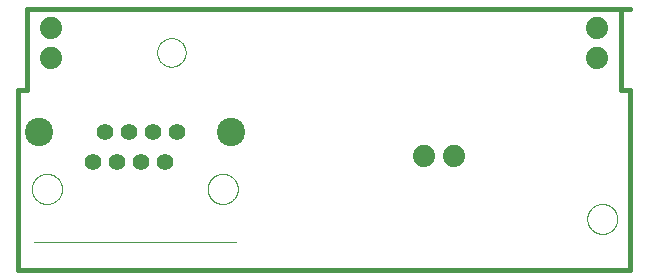
<source format=gbl>
G75*
%MOIN*%
%OFA0B0*%
%FSLAX25Y25*%
%IPPOS*%
%LPD*%
%AMOC8*
5,1,8,0,0,1.08239X$1,22.5*
%
%ADD10C,0.01600*%
%ADD11C,0.00000*%
%ADD12C,0.05600*%
%ADD13C,0.09449*%
%ADD14C,0.07400*%
D10*
X0001800Y0001800D02*
X0205800Y0001800D01*
X0205800Y0061800D01*
X0202800Y0061800D01*
X0202800Y0088800D01*
X0205800Y0088800D01*
X0202800Y0088800D02*
X0004800Y0088800D01*
X0004800Y0061800D01*
X0001800Y0061800D01*
X0001800Y0001800D01*
D11*
X0007209Y0011005D02*
X0074391Y0011005D01*
X0065071Y0028800D02*
X0065073Y0028941D01*
X0065079Y0029083D01*
X0065089Y0029224D01*
X0065103Y0029365D01*
X0065121Y0029505D01*
X0065143Y0029645D01*
X0065168Y0029784D01*
X0065198Y0029922D01*
X0065232Y0030059D01*
X0065269Y0030196D01*
X0065310Y0030331D01*
X0065355Y0030465D01*
X0065404Y0030598D01*
X0065457Y0030729D01*
X0065513Y0030859D01*
X0065573Y0030987D01*
X0065636Y0031114D01*
X0065703Y0031238D01*
X0065773Y0031361D01*
X0065847Y0031481D01*
X0065924Y0031600D01*
X0066005Y0031716D01*
X0066089Y0031830D01*
X0066176Y0031942D01*
X0066266Y0032051D01*
X0066359Y0032157D01*
X0066455Y0032261D01*
X0066554Y0032362D01*
X0066656Y0032460D01*
X0066760Y0032556D01*
X0066867Y0032648D01*
X0066977Y0032737D01*
X0067089Y0032824D01*
X0067204Y0032907D01*
X0067320Y0032986D01*
X0067439Y0033063D01*
X0067561Y0033136D01*
X0067684Y0033205D01*
X0067809Y0033271D01*
X0067936Y0033334D01*
X0068064Y0033393D01*
X0068194Y0033448D01*
X0068326Y0033500D01*
X0068459Y0033547D01*
X0068594Y0033591D01*
X0068729Y0033632D01*
X0068866Y0033668D01*
X0069004Y0033701D01*
X0069142Y0033729D01*
X0069281Y0033754D01*
X0069421Y0033775D01*
X0069562Y0033792D01*
X0069702Y0033805D01*
X0069844Y0033814D01*
X0069985Y0033819D01*
X0070126Y0033820D01*
X0070268Y0033817D01*
X0070409Y0033810D01*
X0070550Y0033799D01*
X0070691Y0033784D01*
X0070831Y0033765D01*
X0070970Y0033742D01*
X0071109Y0033716D01*
X0071247Y0033685D01*
X0071385Y0033650D01*
X0071521Y0033612D01*
X0071656Y0033570D01*
X0071789Y0033524D01*
X0071922Y0033474D01*
X0072053Y0033421D01*
X0072182Y0033364D01*
X0072310Y0033303D01*
X0072436Y0033239D01*
X0072560Y0033171D01*
X0072682Y0033100D01*
X0072802Y0033025D01*
X0072920Y0032947D01*
X0073036Y0032865D01*
X0073149Y0032781D01*
X0073260Y0032693D01*
X0073369Y0032602D01*
X0073474Y0032508D01*
X0073578Y0032412D01*
X0073678Y0032312D01*
X0073775Y0032210D01*
X0073870Y0032104D01*
X0073962Y0031997D01*
X0074050Y0031886D01*
X0074136Y0031774D01*
X0074218Y0031658D01*
X0074297Y0031541D01*
X0074372Y0031421D01*
X0074444Y0031300D01*
X0074513Y0031176D01*
X0074578Y0031051D01*
X0074640Y0030923D01*
X0074698Y0030794D01*
X0074752Y0030664D01*
X0074803Y0030532D01*
X0074850Y0030398D01*
X0074893Y0030264D01*
X0074932Y0030128D01*
X0074968Y0029991D01*
X0074999Y0029853D01*
X0075027Y0029714D01*
X0075051Y0029575D01*
X0075071Y0029435D01*
X0075087Y0029294D01*
X0075099Y0029153D01*
X0075107Y0029012D01*
X0075111Y0028871D01*
X0075111Y0028729D01*
X0075107Y0028588D01*
X0075099Y0028447D01*
X0075087Y0028306D01*
X0075071Y0028165D01*
X0075051Y0028025D01*
X0075027Y0027886D01*
X0074999Y0027747D01*
X0074968Y0027609D01*
X0074932Y0027472D01*
X0074893Y0027336D01*
X0074850Y0027202D01*
X0074803Y0027068D01*
X0074752Y0026936D01*
X0074698Y0026806D01*
X0074640Y0026677D01*
X0074578Y0026549D01*
X0074513Y0026424D01*
X0074444Y0026300D01*
X0074372Y0026179D01*
X0074297Y0026059D01*
X0074218Y0025942D01*
X0074136Y0025826D01*
X0074050Y0025714D01*
X0073962Y0025603D01*
X0073870Y0025496D01*
X0073775Y0025390D01*
X0073678Y0025288D01*
X0073578Y0025188D01*
X0073474Y0025092D01*
X0073369Y0024998D01*
X0073260Y0024907D01*
X0073149Y0024819D01*
X0073036Y0024735D01*
X0072920Y0024653D01*
X0072802Y0024575D01*
X0072682Y0024500D01*
X0072560Y0024429D01*
X0072436Y0024361D01*
X0072310Y0024297D01*
X0072182Y0024236D01*
X0072053Y0024179D01*
X0071922Y0024126D01*
X0071789Y0024076D01*
X0071656Y0024030D01*
X0071521Y0023988D01*
X0071385Y0023950D01*
X0071247Y0023915D01*
X0071109Y0023884D01*
X0070970Y0023858D01*
X0070831Y0023835D01*
X0070691Y0023816D01*
X0070550Y0023801D01*
X0070409Y0023790D01*
X0070268Y0023783D01*
X0070126Y0023780D01*
X0069985Y0023781D01*
X0069844Y0023786D01*
X0069702Y0023795D01*
X0069562Y0023808D01*
X0069421Y0023825D01*
X0069281Y0023846D01*
X0069142Y0023871D01*
X0069004Y0023899D01*
X0068866Y0023932D01*
X0068729Y0023968D01*
X0068594Y0024009D01*
X0068459Y0024053D01*
X0068326Y0024100D01*
X0068194Y0024152D01*
X0068064Y0024207D01*
X0067936Y0024266D01*
X0067809Y0024329D01*
X0067684Y0024395D01*
X0067561Y0024464D01*
X0067439Y0024537D01*
X0067320Y0024614D01*
X0067204Y0024693D01*
X0067089Y0024776D01*
X0066977Y0024863D01*
X0066867Y0024952D01*
X0066760Y0025044D01*
X0066656Y0025140D01*
X0066554Y0025238D01*
X0066455Y0025339D01*
X0066359Y0025443D01*
X0066266Y0025549D01*
X0066176Y0025658D01*
X0066089Y0025770D01*
X0066005Y0025884D01*
X0065924Y0026000D01*
X0065847Y0026119D01*
X0065773Y0026239D01*
X0065703Y0026362D01*
X0065636Y0026486D01*
X0065573Y0026613D01*
X0065513Y0026741D01*
X0065457Y0026871D01*
X0065404Y0027002D01*
X0065355Y0027135D01*
X0065310Y0027269D01*
X0065269Y0027404D01*
X0065232Y0027541D01*
X0065198Y0027678D01*
X0065168Y0027816D01*
X0065143Y0027955D01*
X0065121Y0028095D01*
X0065103Y0028235D01*
X0065089Y0028376D01*
X0065079Y0028517D01*
X0065073Y0028659D01*
X0065071Y0028800D01*
X0006489Y0028800D02*
X0006491Y0028941D01*
X0006497Y0029083D01*
X0006507Y0029224D01*
X0006521Y0029365D01*
X0006539Y0029505D01*
X0006561Y0029645D01*
X0006586Y0029784D01*
X0006616Y0029922D01*
X0006650Y0030059D01*
X0006687Y0030196D01*
X0006728Y0030331D01*
X0006773Y0030465D01*
X0006822Y0030598D01*
X0006875Y0030729D01*
X0006931Y0030859D01*
X0006991Y0030987D01*
X0007054Y0031114D01*
X0007121Y0031238D01*
X0007191Y0031361D01*
X0007265Y0031481D01*
X0007342Y0031600D01*
X0007423Y0031716D01*
X0007507Y0031830D01*
X0007594Y0031942D01*
X0007684Y0032051D01*
X0007777Y0032157D01*
X0007873Y0032261D01*
X0007972Y0032362D01*
X0008074Y0032460D01*
X0008178Y0032556D01*
X0008285Y0032648D01*
X0008395Y0032737D01*
X0008507Y0032824D01*
X0008622Y0032907D01*
X0008738Y0032986D01*
X0008857Y0033063D01*
X0008979Y0033136D01*
X0009102Y0033205D01*
X0009227Y0033271D01*
X0009354Y0033334D01*
X0009482Y0033393D01*
X0009612Y0033448D01*
X0009744Y0033500D01*
X0009877Y0033547D01*
X0010012Y0033591D01*
X0010147Y0033632D01*
X0010284Y0033668D01*
X0010422Y0033701D01*
X0010560Y0033729D01*
X0010699Y0033754D01*
X0010839Y0033775D01*
X0010980Y0033792D01*
X0011120Y0033805D01*
X0011262Y0033814D01*
X0011403Y0033819D01*
X0011544Y0033820D01*
X0011686Y0033817D01*
X0011827Y0033810D01*
X0011968Y0033799D01*
X0012109Y0033784D01*
X0012249Y0033765D01*
X0012388Y0033742D01*
X0012527Y0033716D01*
X0012665Y0033685D01*
X0012803Y0033650D01*
X0012939Y0033612D01*
X0013074Y0033570D01*
X0013207Y0033524D01*
X0013340Y0033474D01*
X0013471Y0033421D01*
X0013600Y0033364D01*
X0013728Y0033303D01*
X0013854Y0033239D01*
X0013978Y0033171D01*
X0014100Y0033100D01*
X0014220Y0033025D01*
X0014338Y0032947D01*
X0014454Y0032865D01*
X0014567Y0032781D01*
X0014678Y0032693D01*
X0014787Y0032602D01*
X0014892Y0032508D01*
X0014996Y0032412D01*
X0015096Y0032312D01*
X0015193Y0032210D01*
X0015288Y0032104D01*
X0015380Y0031997D01*
X0015468Y0031886D01*
X0015554Y0031774D01*
X0015636Y0031658D01*
X0015715Y0031541D01*
X0015790Y0031421D01*
X0015862Y0031300D01*
X0015931Y0031176D01*
X0015996Y0031051D01*
X0016058Y0030923D01*
X0016116Y0030794D01*
X0016170Y0030664D01*
X0016221Y0030532D01*
X0016268Y0030398D01*
X0016311Y0030264D01*
X0016350Y0030128D01*
X0016386Y0029991D01*
X0016417Y0029853D01*
X0016445Y0029714D01*
X0016469Y0029575D01*
X0016489Y0029435D01*
X0016505Y0029294D01*
X0016517Y0029153D01*
X0016525Y0029012D01*
X0016529Y0028871D01*
X0016529Y0028729D01*
X0016525Y0028588D01*
X0016517Y0028447D01*
X0016505Y0028306D01*
X0016489Y0028165D01*
X0016469Y0028025D01*
X0016445Y0027886D01*
X0016417Y0027747D01*
X0016386Y0027609D01*
X0016350Y0027472D01*
X0016311Y0027336D01*
X0016268Y0027202D01*
X0016221Y0027068D01*
X0016170Y0026936D01*
X0016116Y0026806D01*
X0016058Y0026677D01*
X0015996Y0026549D01*
X0015931Y0026424D01*
X0015862Y0026300D01*
X0015790Y0026179D01*
X0015715Y0026059D01*
X0015636Y0025942D01*
X0015554Y0025826D01*
X0015468Y0025714D01*
X0015380Y0025603D01*
X0015288Y0025496D01*
X0015193Y0025390D01*
X0015096Y0025288D01*
X0014996Y0025188D01*
X0014892Y0025092D01*
X0014787Y0024998D01*
X0014678Y0024907D01*
X0014567Y0024819D01*
X0014454Y0024735D01*
X0014338Y0024653D01*
X0014220Y0024575D01*
X0014100Y0024500D01*
X0013978Y0024429D01*
X0013854Y0024361D01*
X0013728Y0024297D01*
X0013600Y0024236D01*
X0013471Y0024179D01*
X0013340Y0024126D01*
X0013207Y0024076D01*
X0013074Y0024030D01*
X0012939Y0023988D01*
X0012803Y0023950D01*
X0012665Y0023915D01*
X0012527Y0023884D01*
X0012388Y0023858D01*
X0012249Y0023835D01*
X0012109Y0023816D01*
X0011968Y0023801D01*
X0011827Y0023790D01*
X0011686Y0023783D01*
X0011544Y0023780D01*
X0011403Y0023781D01*
X0011262Y0023786D01*
X0011120Y0023795D01*
X0010980Y0023808D01*
X0010839Y0023825D01*
X0010699Y0023846D01*
X0010560Y0023871D01*
X0010422Y0023899D01*
X0010284Y0023932D01*
X0010147Y0023968D01*
X0010012Y0024009D01*
X0009877Y0024053D01*
X0009744Y0024100D01*
X0009612Y0024152D01*
X0009482Y0024207D01*
X0009354Y0024266D01*
X0009227Y0024329D01*
X0009102Y0024395D01*
X0008979Y0024464D01*
X0008857Y0024537D01*
X0008738Y0024614D01*
X0008622Y0024693D01*
X0008507Y0024776D01*
X0008395Y0024863D01*
X0008285Y0024952D01*
X0008178Y0025044D01*
X0008074Y0025140D01*
X0007972Y0025238D01*
X0007873Y0025339D01*
X0007777Y0025443D01*
X0007684Y0025549D01*
X0007594Y0025658D01*
X0007507Y0025770D01*
X0007423Y0025884D01*
X0007342Y0026000D01*
X0007265Y0026119D01*
X0007191Y0026239D01*
X0007121Y0026362D01*
X0007054Y0026486D01*
X0006991Y0026613D01*
X0006931Y0026741D01*
X0006875Y0026871D01*
X0006822Y0027002D01*
X0006773Y0027135D01*
X0006728Y0027269D01*
X0006687Y0027404D01*
X0006650Y0027541D01*
X0006616Y0027678D01*
X0006586Y0027816D01*
X0006561Y0027955D01*
X0006539Y0028095D01*
X0006521Y0028235D01*
X0006507Y0028376D01*
X0006497Y0028517D01*
X0006491Y0028659D01*
X0006489Y0028800D01*
X0048250Y0074300D02*
X0048252Y0074438D01*
X0048258Y0074575D01*
X0048268Y0074712D01*
X0048282Y0074849D01*
X0048300Y0074985D01*
X0048322Y0075121D01*
X0048347Y0075256D01*
X0048377Y0075390D01*
X0048410Y0075524D01*
X0048448Y0075656D01*
X0048489Y0075787D01*
X0048534Y0075917D01*
X0048583Y0076046D01*
X0048635Y0076173D01*
X0048691Y0076299D01*
X0048751Y0076423D01*
X0048814Y0076545D01*
X0048881Y0076665D01*
X0048951Y0076783D01*
X0049024Y0076900D01*
X0049101Y0077014D01*
X0049182Y0077125D01*
X0049265Y0077235D01*
X0049351Y0077342D01*
X0049441Y0077446D01*
X0049534Y0077548D01*
X0049629Y0077647D01*
X0049727Y0077743D01*
X0049828Y0077836D01*
X0049932Y0077926D01*
X0050038Y0078014D01*
X0050147Y0078098D01*
X0050258Y0078179D01*
X0050372Y0078257D01*
X0050487Y0078331D01*
X0050605Y0078402D01*
X0050725Y0078470D01*
X0050847Y0078534D01*
X0050970Y0078594D01*
X0051095Y0078651D01*
X0051222Y0078705D01*
X0051350Y0078754D01*
X0051480Y0078800D01*
X0051611Y0078842D01*
X0051743Y0078881D01*
X0051876Y0078915D01*
X0052010Y0078946D01*
X0052145Y0078972D01*
X0052281Y0078995D01*
X0052417Y0079014D01*
X0052554Y0079029D01*
X0052691Y0079040D01*
X0052828Y0079047D01*
X0052966Y0079050D01*
X0053103Y0079049D01*
X0053241Y0079044D01*
X0053378Y0079035D01*
X0053515Y0079022D01*
X0053651Y0079005D01*
X0053787Y0078984D01*
X0053922Y0078960D01*
X0054057Y0078931D01*
X0054191Y0078898D01*
X0054323Y0078862D01*
X0054455Y0078822D01*
X0054585Y0078778D01*
X0054714Y0078730D01*
X0054842Y0078678D01*
X0054968Y0078623D01*
X0055092Y0078565D01*
X0055214Y0078502D01*
X0055335Y0078436D01*
X0055454Y0078367D01*
X0055571Y0078294D01*
X0055685Y0078218D01*
X0055798Y0078139D01*
X0055908Y0078056D01*
X0056015Y0077970D01*
X0056120Y0077882D01*
X0056222Y0077790D01*
X0056322Y0077695D01*
X0056419Y0077597D01*
X0056513Y0077497D01*
X0056604Y0077394D01*
X0056692Y0077288D01*
X0056777Y0077180D01*
X0056859Y0077070D01*
X0056938Y0076957D01*
X0057013Y0076842D01*
X0057085Y0076724D01*
X0057153Y0076605D01*
X0057218Y0076484D01*
X0057280Y0076361D01*
X0057337Y0076236D01*
X0057392Y0076110D01*
X0057442Y0075982D01*
X0057489Y0075853D01*
X0057532Y0075722D01*
X0057571Y0075590D01*
X0057607Y0075457D01*
X0057638Y0075323D01*
X0057666Y0075189D01*
X0057690Y0075053D01*
X0057710Y0074917D01*
X0057726Y0074781D01*
X0057738Y0074644D01*
X0057746Y0074506D01*
X0057750Y0074369D01*
X0057750Y0074231D01*
X0057746Y0074094D01*
X0057738Y0073956D01*
X0057726Y0073819D01*
X0057710Y0073683D01*
X0057690Y0073547D01*
X0057666Y0073411D01*
X0057638Y0073277D01*
X0057607Y0073143D01*
X0057571Y0073010D01*
X0057532Y0072878D01*
X0057489Y0072747D01*
X0057442Y0072618D01*
X0057392Y0072490D01*
X0057337Y0072364D01*
X0057280Y0072239D01*
X0057218Y0072116D01*
X0057153Y0071995D01*
X0057085Y0071876D01*
X0057013Y0071758D01*
X0056938Y0071643D01*
X0056859Y0071530D01*
X0056777Y0071420D01*
X0056692Y0071312D01*
X0056604Y0071206D01*
X0056513Y0071103D01*
X0056419Y0071003D01*
X0056322Y0070905D01*
X0056222Y0070810D01*
X0056120Y0070718D01*
X0056015Y0070630D01*
X0055908Y0070544D01*
X0055798Y0070461D01*
X0055685Y0070382D01*
X0055571Y0070306D01*
X0055454Y0070233D01*
X0055335Y0070164D01*
X0055214Y0070098D01*
X0055092Y0070035D01*
X0054968Y0069977D01*
X0054842Y0069922D01*
X0054714Y0069870D01*
X0054585Y0069822D01*
X0054455Y0069778D01*
X0054323Y0069738D01*
X0054191Y0069702D01*
X0054057Y0069669D01*
X0053922Y0069640D01*
X0053787Y0069616D01*
X0053651Y0069595D01*
X0053515Y0069578D01*
X0053378Y0069565D01*
X0053241Y0069556D01*
X0053103Y0069551D01*
X0052966Y0069550D01*
X0052828Y0069553D01*
X0052691Y0069560D01*
X0052554Y0069571D01*
X0052417Y0069586D01*
X0052281Y0069605D01*
X0052145Y0069628D01*
X0052010Y0069654D01*
X0051876Y0069685D01*
X0051743Y0069719D01*
X0051611Y0069758D01*
X0051480Y0069800D01*
X0051350Y0069846D01*
X0051222Y0069895D01*
X0051095Y0069949D01*
X0050970Y0070006D01*
X0050847Y0070066D01*
X0050725Y0070130D01*
X0050605Y0070198D01*
X0050487Y0070269D01*
X0050372Y0070343D01*
X0050258Y0070421D01*
X0050147Y0070502D01*
X0050038Y0070586D01*
X0049932Y0070674D01*
X0049828Y0070764D01*
X0049727Y0070857D01*
X0049629Y0070953D01*
X0049534Y0071052D01*
X0049441Y0071154D01*
X0049351Y0071258D01*
X0049265Y0071365D01*
X0049182Y0071475D01*
X0049101Y0071586D01*
X0049024Y0071700D01*
X0048951Y0071817D01*
X0048881Y0071935D01*
X0048814Y0072055D01*
X0048751Y0072177D01*
X0048691Y0072301D01*
X0048635Y0072427D01*
X0048583Y0072554D01*
X0048534Y0072683D01*
X0048489Y0072813D01*
X0048448Y0072944D01*
X0048410Y0073076D01*
X0048377Y0073210D01*
X0048347Y0073344D01*
X0048322Y0073479D01*
X0048300Y0073615D01*
X0048282Y0073751D01*
X0048268Y0073888D01*
X0048258Y0074025D01*
X0048252Y0074162D01*
X0048250Y0074300D01*
X0191600Y0018800D02*
X0191602Y0018941D01*
X0191608Y0019082D01*
X0191618Y0019222D01*
X0191632Y0019362D01*
X0191650Y0019502D01*
X0191671Y0019641D01*
X0191697Y0019780D01*
X0191726Y0019918D01*
X0191760Y0020054D01*
X0191797Y0020190D01*
X0191838Y0020325D01*
X0191883Y0020459D01*
X0191932Y0020591D01*
X0191984Y0020722D01*
X0192040Y0020851D01*
X0192100Y0020978D01*
X0192163Y0021104D01*
X0192229Y0021228D01*
X0192300Y0021351D01*
X0192373Y0021471D01*
X0192450Y0021589D01*
X0192530Y0021705D01*
X0192614Y0021818D01*
X0192700Y0021929D01*
X0192790Y0022038D01*
X0192883Y0022144D01*
X0192978Y0022247D01*
X0193077Y0022348D01*
X0193178Y0022446D01*
X0193282Y0022541D01*
X0193389Y0022633D01*
X0193498Y0022722D01*
X0193610Y0022807D01*
X0193724Y0022890D01*
X0193840Y0022970D01*
X0193959Y0023046D01*
X0194080Y0023118D01*
X0194202Y0023188D01*
X0194327Y0023253D01*
X0194453Y0023316D01*
X0194581Y0023374D01*
X0194711Y0023429D01*
X0194842Y0023481D01*
X0194975Y0023528D01*
X0195109Y0023572D01*
X0195244Y0023613D01*
X0195380Y0023649D01*
X0195517Y0023681D01*
X0195655Y0023710D01*
X0195793Y0023735D01*
X0195933Y0023755D01*
X0196073Y0023772D01*
X0196213Y0023785D01*
X0196354Y0023794D01*
X0196494Y0023799D01*
X0196635Y0023800D01*
X0196776Y0023797D01*
X0196917Y0023790D01*
X0197057Y0023779D01*
X0197197Y0023764D01*
X0197337Y0023745D01*
X0197476Y0023723D01*
X0197614Y0023696D01*
X0197752Y0023666D01*
X0197888Y0023631D01*
X0198024Y0023593D01*
X0198158Y0023551D01*
X0198292Y0023505D01*
X0198424Y0023456D01*
X0198554Y0023402D01*
X0198683Y0023345D01*
X0198810Y0023285D01*
X0198936Y0023221D01*
X0199059Y0023153D01*
X0199181Y0023082D01*
X0199301Y0023008D01*
X0199418Y0022930D01*
X0199533Y0022849D01*
X0199646Y0022765D01*
X0199757Y0022678D01*
X0199865Y0022587D01*
X0199970Y0022494D01*
X0200073Y0022397D01*
X0200173Y0022298D01*
X0200270Y0022196D01*
X0200364Y0022091D01*
X0200455Y0021984D01*
X0200543Y0021874D01*
X0200628Y0021762D01*
X0200710Y0021647D01*
X0200789Y0021530D01*
X0200864Y0021411D01*
X0200936Y0021290D01*
X0201004Y0021167D01*
X0201069Y0021042D01*
X0201131Y0020915D01*
X0201188Y0020786D01*
X0201243Y0020656D01*
X0201293Y0020525D01*
X0201340Y0020392D01*
X0201383Y0020258D01*
X0201422Y0020122D01*
X0201457Y0019986D01*
X0201489Y0019849D01*
X0201516Y0019711D01*
X0201540Y0019572D01*
X0201560Y0019432D01*
X0201576Y0019292D01*
X0201588Y0019152D01*
X0201596Y0019011D01*
X0201600Y0018870D01*
X0201600Y0018730D01*
X0201596Y0018589D01*
X0201588Y0018448D01*
X0201576Y0018308D01*
X0201560Y0018168D01*
X0201540Y0018028D01*
X0201516Y0017889D01*
X0201489Y0017751D01*
X0201457Y0017614D01*
X0201422Y0017478D01*
X0201383Y0017342D01*
X0201340Y0017208D01*
X0201293Y0017075D01*
X0201243Y0016944D01*
X0201188Y0016814D01*
X0201131Y0016685D01*
X0201069Y0016558D01*
X0201004Y0016433D01*
X0200936Y0016310D01*
X0200864Y0016189D01*
X0200789Y0016070D01*
X0200710Y0015953D01*
X0200628Y0015838D01*
X0200543Y0015726D01*
X0200455Y0015616D01*
X0200364Y0015509D01*
X0200270Y0015404D01*
X0200173Y0015302D01*
X0200073Y0015203D01*
X0199970Y0015106D01*
X0199865Y0015013D01*
X0199757Y0014922D01*
X0199646Y0014835D01*
X0199533Y0014751D01*
X0199418Y0014670D01*
X0199301Y0014592D01*
X0199181Y0014518D01*
X0199059Y0014447D01*
X0198936Y0014379D01*
X0198810Y0014315D01*
X0198683Y0014255D01*
X0198554Y0014198D01*
X0198424Y0014144D01*
X0198292Y0014095D01*
X0198158Y0014049D01*
X0198024Y0014007D01*
X0197888Y0013969D01*
X0197752Y0013934D01*
X0197614Y0013904D01*
X0197476Y0013877D01*
X0197337Y0013855D01*
X0197197Y0013836D01*
X0197057Y0013821D01*
X0196917Y0013810D01*
X0196776Y0013803D01*
X0196635Y0013800D01*
X0196494Y0013801D01*
X0196354Y0013806D01*
X0196213Y0013815D01*
X0196073Y0013828D01*
X0195933Y0013845D01*
X0195793Y0013865D01*
X0195655Y0013890D01*
X0195517Y0013919D01*
X0195380Y0013951D01*
X0195244Y0013987D01*
X0195109Y0014028D01*
X0194975Y0014072D01*
X0194842Y0014119D01*
X0194711Y0014171D01*
X0194581Y0014226D01*
X0194453Y0014284D01*
X0194327Y0014347D01*
X0194202Y0014412D01*
X0194080Y0014482D01*
X0193959Y0014554D01*
X0193840Y0014630D01*
X0193724Y0014710D01*
X0193610Y0014793D01*
X0193498Y0014878D01*
X0193389Y0014967D01*
X0193282Y0015059D01*
X0193178Y0015154D01*
X0193077Y0015252D01*
X0192978Y0015353D01*
X0192883Y0015456D01*
X0192790Y0015562D01*
X0192700Y0015671D01*
X0192614Y0015782D01*
X0192530Y0015895D01*
X0192450Y0016011D01*
X0192373Y0016129D01*
X0192300Y0016249D01*
X0192229Y0016372D01*
X0192163Y0016496D01*
X0192100Y0016622D01*
X0192040Y0016749D01*
X0191984Y0016878D01*
X0191932Y0017009D01*
X0191883Y0017141D01*
X0191838Y0017275D01*
X0191797Y0017410D01*
X0191760Y0017546D01*
X0191726Y0017682D01*
X0191697Y0017820D01*
X0191671Y0017959D01*
X0191650Y0018098D01*
X0191632Y0018238D01*
X0191618Y0018378D01*
X0191608Y0018518D01*
X0191602Y0018659D01*
X0191600Y0018800D01*
D12*
X0054855Y0047855D03*
X0046824Y0047855D03*
X0038792Y0047855D03*
X0030761Y0047855D03*
X0034776Y0037855D03*
X0026745Y0037855D03*
X0042808Y0037855D03*
X0050839Y0037855D03*
D13*
X0072788Y0047855D03*
X0008812Y0047855D03*
D14*
X0012800Y0072300D03*
X0012800Y0082300D03*
X0137300Y0039800D03*
X0147300Y0039800D03*
X0194800Y0072300D03*
X0194800Y0082300D03*
M02*

</source>
